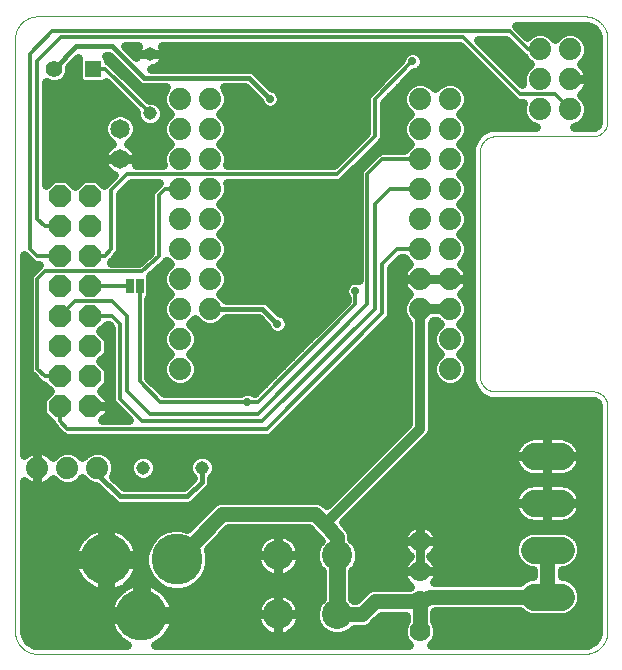
<source format=gtl>
G75*
%MOIN*%
%OFA0B0*%
%FSLAX25Y25*%
%IPPOS*%
%LPD*%
%AMOC8*
5,1,8,0,0,1.08239X$1,22.5*
%
%ADD10C,0.00100*%
%ADD11C,0.07400*%
%ADD12OC8,0.07400*%
%ADD13C,0.17000*%
%ADD14C,0.10000*%
%ADD15C,0.07000*%
%ADD16R,0.05500X0.05500*%
%ADD17C,0.05500*%
%ADD18C,0.04500*%
%ADD19C,0.06500*%
%ADD20R,0.02500X0.05000*%
%ADD21C,0.08858*%
%ADD22C,0.03000*%
%ADD23C,0.02800*%
%ADD24C,0.01600*%
%ADD25C,0.01200*%
%ADD26C,0.04000*%
%ADD27C,0.05600*%
%ADD28C,0.03200*%
%ADD29C,0.05000*%
D10*
X0007500Y0015000D02*
X0007500Y0212500D01*
X0007502Y0212681D01*
X0007509Y0212862D01*
X0007520Y0213043D01*
X0007535Y0213224D01*
X0007555Y0213404D01*
X0007579Y0213584D01*
X0007607Y0213763D01*
X0007640Y0213941D01*
X0007677Y0214118D01*
X0007718Y0214295D01*
X0007763Y0214470D01*
X0007813Y0214645D01*
X0007867Y0214818D01*
X0007925Y0214989D01*
X0007987Y0215160D01*
X0008054Y0215328D01*
X0008124Y0215495D01*
X0008198Y0215661D01*
X0008277Y0215824D01*
X0008359Y0215985D01*
X0008445Y0216145D01*
X0008535Y0216302D01*
X0008629Y0216457D01*
X0008726Y0216610D01*
X0008828Y0216760D01*
X0008932Y0216908D01*
X0009041Y0217054D01*
X0009152Y0217196D01*
X0009268Y0217336D01*
X0009386Y0217473D01*
X0009508Y0217608D01*
X0009633Y0217739D01*
X0009761Y0217867D01*
X0009892Y0217992D01*
X0010027Y0218114D01*
X0010164Y0218232D01*
X0010304Y0218348D01*
X0010446Y0218459D01*
X0010592Y0218568D01*
X0010740Y0218672D01*
X0010890Y0218774D01*
X0011043Y0218871D01*
X0011198Y0218965D01*
X0011355Y0219055D01*
X0011515Y0219141D01*
X0011676Y0219223D01*
X0011839Y0219302D01*
X0012005Y0219376D01*
X0012172Y0219446D01*
X0012340Y0219513D01*
X0012511Y0219575D01*
X0012682Y0219633D01*
X0012855Y0219687D01*
X0013030Y0219737D01*
X0013205Y0219782D01*
X0013382Y0219823D01*
X0013559Y0219860D01*
X0013737Y0219893D01*
X0013916Y0219921D01*
X0014096Y0219945D01*
X0014276Y0219965D01*
X0014457Y0219980D01*
X0014638Y0219991D01*
X0014819Y0219998D01*
X0015000Y0220000D01*
X0197500Y0220000D01*
X0197681Y0219998D01*
X0197862Y0219991D01*
X0198043Y0219980D01*
X0198224Y0219965D01*
X0198404Y0219945D01*
X0198584Y0219921D01*
X0198763Y0219893D01*
X0198941Y0219860D01*
X0199118Y0219823D01*
X0199295Y0219782D01*
X0199470Y0219737D01*
X0199645Y0219687D01*
X0199818Y0219633D01*
X0199989Y0219575D01*
X0200160Y0219513D01*
X0200328Y0219446D01*
X0200495Y0219376D01*
X0200661Y0219302D01*
X0200824Y0219223D01*
X0200985Y0219141D01*
X0201145Y0219055D01*
X0201302Y0218965D01*
X0201457Y0218871D01*
X0201610Y0218774D01*
X0201760Y0218672D01*
X0201908Y0218568D01*
X0202054Y0218459D01*
X0202196Y0218348D01*
X0202336Y0218232D01*
X0202473Y0218114D01*
X0202608Y0217992D01*
X0202739Y0217867D01*
X0202867Y0217739D01*
X0202992Y0217608D01*
X0203114Y0217473D01*
X0203232Y0217336D01*
X0203348Y0217196D01*
X0203459Y0217054D01*
X0203568Y0216908D01*
X0203672Y0216760D01*
X0203774Y0216610D01*
X0203871Y0216457D01*
X0203965Y0216302D01*
X0204055Y0216145D01*
X0204141Y0215985D01*
X0204223Y0215824D01*
X0204302Y0215661D01*
X0204376Y0215495D01*
X0204446Y0215328D01*
X0204513Y0215160D01*
X0204575Y0214989D01*
X0204633Y0214818D01*
X0204687Y0214645D01*
X0204737Y0214470D01*
X0204782Y0214295D01*
X0204823Y0214118D01*
X0204860Y0213941D01*
X0204893Y0213763D01*
X0204921Y0213584D01*
X0204945Y0213404D01*
X0204965Y0213224D01*
X0204980Y0213043D01*
X0204991Y0212862D01*
X0204998Y0212681D01*
X0205000Y0212500D01*
X0205000Y0185000D01*
X0204998Y0184860D01*
X0204992Y0184720D01*
X0204982Y0184580D01*
X0204969Y0184440D01*
X0204951Y0184301D01*
X0204929Y0184162D01*
X0204904Y0184025D01*
X0204875Y0183887D01*
X0204842Y0183751D01*
X0204805Y0183616D01*
X0204764Y0183482D01*
X0204719Y0183349D01*
X0204671Y0183217D01*
X0204619Y0183087D01*
X0204564Y0182958D01*
X0204505Y0182831D01*
X0204442Y0182705D01*
X0204376Y0182581D01*
X0204307Y0182460D01*
X0204234Y0182340D01*
X0204157Y0182222D01*
X0204078Y0182107D01*
X0203995Y0181993D01*
X0203909Y0181883D01*
X0203820Y0181774D01*
X0203728Y0181668D01*
X0203633Y0181565D01*
X0203536Y0181464D01*
X0203435Y0181367D01*
X0203332Y0181272D01*
X0203226Y0181180D01*
X0203117Y0181091D01*
X0203007Y0181005D01*
X0202893Y0180922D01*
X0202778Y0180843D01*
X0202660Y0180766D01*
X0202540Y0180693D01*
X0202419Y0180624D01*
X0202295Y0180558D01*
X0202169Y0180495D01*
X0202042Y0180436D01*
X0201913Y0180381D01*
X0201783Y0180329D01*
X0201651Y0180281D01*
X0201518Y0180236D01*
X0201384Y0180195D01*
X0201249Y0180158D01*
X0201113Y0180125D01*
X0200975Y0180096D01*
X0200838Y0180071D01*
X0200699Y0180049D01*
X0200560Y0180031D01*
X0200420Y0180018D01*
X0200280Y0180008D01*
X0200140Y0180002D01*
X0200000Y0180000D01*
X0167500Y0180000D01*
X0167360Y0179998D01*
X0167220Y0179992D01*
X0167080Y0179982D01*
X0166940Y0179969D01*
X0166801Y0179951D01*
X0166662Y0179929D01*
X0166525Y0179904D01*
X0166387Y0179875D01*
X0166251Y0179842D01*
X0166116Y0179805D01*
X0165982Y0179764D01*
X0165849Y0179719D01*
X0165717Y0179671D01*
X0165587Y0179619D01*
X0165458Y0179564D01*
X0165331Y0179505D01*
X0165205Y0179442D01*
X0165081Y0179376D01*
X0164960Y0179307D01*
X0164840Y0179234D01*
X0164722Y0179157D01*
X0164607Y0179078D01*
X0164493Y0178995D01*
X0164383Y0178909D01*
X0164274Y0178820D01*
X0164168Y0178728D01*
X0164065Y0178633D01*
X0163964Y0178536D01*
X0163867Y0178435D01*
X0163772Y0178332D01*
X0163680Y0178226D01*
X0163591Y0178117D01*
X0163505Y0178007D01*
X0163422Y0177893D01*
X0163343Y0177778D01*
X0163266Y0177660D01*
X0163193Y0177540D01*
X0163124Y0177419D01*
X0163058Y0177295D01*
X0162995Y0177169D01*
X0162936Y0177042D01*
X0162881Y0176913D01*
X0162829Y0176783D01*
X0162781Y0176651D01*
X0162736Y0176518D01*
X0162695Y0176384D01*
X0162658Y0176249D01*
X0162625Y0176113D01*
X0162596Y0175975D01*
X0162571Y0175838D01*
X0162549Y0175699D01*
X0162531Y0175560D01*
X0162518Y0175420D01*
X0162508Y0175280D01*
X0162502Y0175140D01*
X0162500Y0175000D01*
X0162500Y0100000D01*
X0162502Y0099860D01*
X0162508Y0099720D01*
X0162518Y0099580D01*
X0162531Y0099440D01*
X0162549Y0099301D01*
X0162571Y0099162D01*
X0162596Y0099025D01*
X0162625Y0098887D01*
X0162658Y0098751D01*
X0162695Y0098616D01*
X0162736Y0098482D01*
X0162781Y0098349D01*
X0162829Y0098217D01*
X0162881Y0098087D01*
X0162936Y0097958D01*
X0162995Y0097831D01*
X0163058Y0097705D01*
X0163124Y0097581D01*
X0163193Y0097460D01*
X0163266Y0097340D01*
X0163343Y0097222D01*
X0163422Y0097107D01*
X0163505Y0096993D01*
X0163591Y0096883D01*
X0163680Y0096774D01*
X0163772Y0096668D01*
X0163867Y0096565D01*
X0163964Y0096464D01*
X0164065Y0096367D01*
X0164168Y0096272D01*
X0164274Y0096180D01*
X0164383Y0096091D01*
X0164493Y0096005D01*
X0164607Y0095922D01*
X0164722Y0095843D01*
X0164840Y0095766D01*
X0164960Y0095693D01*
X0165081Y0095624D01*
X0165205Y0095558D01*
X0165331Y0095495D01*
X0165458Y0095436D01*
X0165587Y0095381D01*
X0165717Y0095329D01*
X0165849Y0095281D01*
X0165982Y0095236D01*
X0166116Y0095195D01*
X0166251Y0095158D01*
X0166387Y0095125D01*
X0166525Y0095096D01*
X0166662Y0095071D01*
X0166801Y0095049D01*
X0166940Y0095031D01*
X0167080Y0095018D01*
X0167220Y0095008D01*
X0167360Y0095002D01*
X0167500Y0095000D01*
X0200000Y0095000D01*
X0200140Y0094998D01*
X0200280Y0094992D01*
X0200420Y0094982D01*
X0200560Y0094969D01*
X0200699Y0094951D01*
X0200838Y0094929D01*
X0200975Y0094904D01*
X0201113Y0094875D01*
X0201249Y0094842D01*
X0201384Y0094805D01*
X0201518Y0094764D01*
X0201651Y0094719D01*
X0201783Y0094671D01*
X0201913Y0094619D01*
X0202042Y0094564D01*
X0202169Y0094505D01*
X0202295Y0094442D01*
X0202419Y0094376D01*
X0202540Y0094307D01*
X0202660Y0094234D01*
X0202778Y0094157D01*
X0202893Y0094078D01*
X0203007Y0093995D01*
X0203117Y0093909D01*
X0203226Y0093820D01*
X0203332Y0093728D01*
X0203435Y0093633D01*
X0203536Y0093536D01*
X0203633Y0093435D01*
X0203728Y0093332D01*
X0203820Y0093226D01*
X0203909Y0093117D01*
X0203995Y0093007D01*
X0204078Y0092893D01*
X0204157Y0092778D01*
X0204234Y0092660D01*
X0204307Y0092540D01*
X0204376Y0092419D01*
X0204442Y0092295D01*
X0204505Y0092169D01*
X0204564Y0092042D01*
X0204619Y0091913D01*
X0204671Y0091783D01*
X0204719Y0091651D01*
X0204764Y0091518D01*
X0204805Y0091384D01*
X0204842Y0091249D01*
X0204875Y0091113D01*
X0204904Y0090975D01*
X0204929Y0090838D01*
X0204951Y0090699D01*
X0204969Y0090560D01*
X0204982Y0090420D01*
X0204992Y0090280D01*
X0204998Y0090140D01*
X0205000Y0090000D01*
X0205000Y0015000D01*
X0204998Y0014819D01*
X0204991Y0014638D01*
X0204980Y0014457D01*
X0204965Y0014276D01*
X0204945Y0014096D01*
X0204921Y0013916D01*
X0204893Y0013737D01*
X0204860Y0013559D01*
X0204823Y0013382D01*
X0204782Y0013205D01*
X0204737Y0013030D01*
X0204687Y0012855D01*
X0204633Y0012682D01*
X0204575Y0012511D01*
X0204513Y0012340D01*
X0204446Y0012172D01*
X0204376Y0012005D01*
X0204302Y0011839D01*
X0204223Y0011676D01*
X0204141Y0011515D01*
X0204055Y0011355D01*
X0203965Y0011198D01*
X0203871Y0011043D01*
X0203774Y0010890D01*
X0203672Y0010740D01*
X0203568Y0010592D01*
X0203459Y0010446D01*
X0203348Y0010304D01*
X0203232Y0010164D01*
X0203114Y0010027D01*
X0202992Y0009892D01*
X0202867Y0009761D01*
X0202739Y0009633D01*
X0202608Y0009508D01*
X0202473Y0009386D01*
X0202336Y0009268D01*
X0202196Y0009152D01*
X0202054Y0009041D01*
X0201908Y0008932D01*
X0201760Y0008828D01*
X0201610Y0008726D01*
X0201457Y0008629D01*
X0201302Y0008535D01*
X0201145Y0008445D01*
X0200985Y0008359D01*
X0200824Y0008277D01*
X0200661Y0008198D01*
X0200495Y0008124D01*
X0200328Y0008054D01*
X0200160Y0007987D01*
X0199989Y0007925D01*
X0199818Y0007867D01*
X0199645Y0007813D01*
X0199470Y0007763D01*
X0199295Y0007718D01*
X0199118Y0007677D01*
X0198941Y0007640D01*
X0198763Y0007607D01*
X0198584Y0007579D01*
X0198404Y0007555D01*
X0198224Y0007535D01*
X0198043Y0007520D01*
X0197862Y0007509D01*
X0197681Y0007502D01*
X0197500Y0007500D01*
X0015000Y0007500D01*
X0014819Y0007502D01*
X0014638Y0007509D01*
X0014457Y0007520D01*
X0014276Y0007535D01*
X0014096Y0007555D01*
X0013916Y0007579D01*
X0013737Y0007607D01*
X0013559Y0007640D01*
X0013382Y0007677D01*
X0013205Y0007718D01*
X0013030Y0007763D01*
X0012855Y0007813D01*
X0012682Y0007867D01*
X0012511Y0007925D01*
X0012340Y0007987D01*
X0012172Y0008054D01*
X0012005Y0008124D01*
X0011839Y0008198D01*
X0011676Y0008277D01*
X0011515Y0008359D01*
X0011355Y0008445D01*
X0011198Y0008535D01*
X0011043Y0008629D01*
X0010890Y0008726D01*
X0010740Y0008828D01*
X0010592Y0008932D01*
X0010446Y0009041D01*
X0010304Y0009152D01*
X0010164Y0009268D01*
X0010027Y0009386D01*
X0009892Y0009508D01*
X0009761Y0009633D01*
X0009633Y0009761D01*
X0009508Y0009892D01*
X0009386Y0010027D01*
X0009268Y0010164D01*
X0009152Y0010304D01*
X0009041Y0010446D01*
X0008932Y0010592D01*
X0008828Y0010740D01*
X0008726Y0010890D01*
X0008629Y0011043D01*
X0008535Y0011198D01*
X0008445Y0011355D01*
X0008359Y0011515D01*
X0008277Y0011676D01*
X0008198Y0011839D01*
X0008124Y0012005D01*
X0008054Y0012172D01*
X0007987Y0012340D01*
X0007925Y0012511D01*
X0007867Y0012682D01*
X0007813Y0012855D01*
X0007763Y0013030D01*
X0007718Y0013205D01*
X0007677Y0013382D01*
X0007640Y0013559D01*
X0007607Y0013737D01*
X0007579Y0013916D01*
X0007555Y0014096D01*
X0007535Y0014276D01*
X0007520Y0014457D01*
X0007509Y0014638D01*
X0007502Y0014819D01*
X0007500Y0015000D01*
D11*
X0015000Y0069500D03*
X0025000Y0069500D03*
X0035000Y0069500D03*
X0062500Y0102500D03*
X0062500Y0112500D03*
X0062500Y0122500D03*
X0062500Y0132500D03*
X0062500Y0142500D03*
X0062500Y0152500D03*
X0062500Y0162500D03*
X0062500Y0172500D03*
X0062500Y0182500D03*
X0062500Y0192500D03*
X0072500Y0192500D03*
X0072500Y0182500D03*
X0072500Y0172500D03*
X0072500Y0162500D03*
X0072500Y0152500D03*
X0072500Y0142500D03*
X0072500Y0132500D03*
X0072500Y0122500D03*
X0142500Y0122500D03*
X0152500Y0122500D03*
X0152500Y0112500D03*
X0152500Y0102500D03*
X0152500Y0132500D03*
X0152500Y0142500D03*
X0142500Y0142500D03*
X0142500Y0132500D03*
X0142500Y0152500D03*
X0142500Y0162500D03*
X0142500Y0172500D03*
X0152500Y0172500D03*
X0152500Y0162500D03*
X0152500Y0152500D03*
X0152500Y0182500D03*
X0152500Y0192500D03*
X0142500Y0192500D03*
X0142500Y0182500D03*
X0182500Y0189000D03*
X0182500Y0199000D03*
X0182500Y0209000D03*
X0192500Y0209000D03*
X0192500Y0199000D03*
X0192500Y0189000D03*
D12*
X0032500Y0160000D03*
X0032500Y0150000D03*
X0032500Y0140000D03*
X0032500Y0130000D03*
X0032500Y0120000D03*
X0032500Y0110000D03*
X0032500Y0100000D03*
X0032500Y0090000D03*
X0022500Y0090000D03*
X0022500Y0100000D03*
X0022500Y0110000D03*
X0022500Y0120000D03*
X0022500Y0130000D03*
X0022500Y0140000D03*
X0022500Y0150000D03*
X0022500Y0160000D03*
D13*
X0037815Y0039000D03*
X0049626Y0020496D03*
X0061437Y0039000D03*
D14*
X0095157Y0040374D03*
X0095157Y0020689D03*
X0114843Y0020689D03*
X0114843Y0040374D03*
D15*
X0142500Y0045000D03*
X0142500Y0035000D03*
X0142500Y0025000D03*
X0142500Y0015000D03*
D16*
X0033500Y0202500D03*
D17*
X0020500Y0202500D03*
D18*
X0052500Y0207343D03*
X0052500Y0187657D03*
X0050157Y0069500D03*
X0069843Y0069500D03*
D19*
X0042500Y0172500D03*
X0042500Y0182500D03*
D20*
X0045900Y0130000D03*
X0049100Y0130000D03*
D21*
X0180571Y0073386D02*
X0189429Y0073386D01*
X0189429Y0057795D02*
X0180571Y0057795D01*
X0180571Y0042205D02*
X0189429Y0042205D01*
X0189429Y0026614D02*
X0180571Y0026614D01*
D22*
X0011853Y0011853D02*
X0011035Y0012980D01*
X0010605Y0014304D01*
X0010550Y0015000D01*
X0010550Y0065182D01*
X0010961Y0064771D01*
X0011750Y0064197D01*
X0012620Y0063754D01*
X0013548Y0063453D01*
X0014512Y0063300D01*
X0015000Y0063300D01*
X0015488Y0063300D01*
X0016452Y0063453D01*
X0017380Y0063754D01*
X0018250Y0064197D01*
X0019039Y0064771D01*
X0019729Y0065461D01*
X0020076Y0065939D01*
X0021601Y0064413D01*
X0023807Y0063500D01*
X0026193Y0063500D01*
X0028399Y0064413D01*
X0030000Y0066015D01*
X0031601Y0064413D01*
X0033807Y0063500D01*
X0034616Y0063500D01*
X0040744Y0057372D01*
X0041883Y0056900D01*
X0065617Y0056900D01*
X0066756Y0057372D01*
X0072471Y0063087D01*
X0072943Y0064226D01*
X0072943Y0066165D01*
X0073700Y0066923D01*
X0074393Y0068595D01*
X0074393Y0070405D01*
X0073700Y0072077D01*
X0072420Y0073357D01*
X0070748Y0074050D01*
X0068937Y0074050D01*
X0067265Y0073357D01*
X0065985Y0072077D01*
X0065293Y0070405D01*
X0065293Y0068595D01*
X0065985Y0066923D01*
X0066743Y0066165D01*
X0066743Y0066127D01*
X0063716Y0063100D01*
X0043784Y0063100D01*
X0040290Y0066594D01*
X0041000Y0068307D01*
X0041000Y0070693D01*
X0040087Y0072899D01*
X0038399Y0074587D01*
X0036193Y0075500D01*
X0033807Y0075500D01*
X0031601Y0074587D01*
X0030000Y0072985D01*
X0028399Y0074587D01*
X0026193Y0075500D01*
X0023807Y0075500D01*
X0021601Y0074587D01*
X0020076Y0073061D01*
X0019729Y0073539D01*
X0019039Y0074229D01*
X0018250Y0074803D01*
X0017380Y0075246D01*
X0016452Y0075547D01*
X0015488Y0075700D01*
X0015000Y0075700D01*
X0015000Y0069500D01*
X0015000Y0069500D01*
X0015000Y0075700D01*
X0014512Y0075700D01*
X0013548Y0075547D01*
X0012620Y0075246D01*
X0011750Y0074803D01*
X0010961Y0074229D01*
X0010550Y0073818D01*
X0010550Y0140349D01*
X0012541Y0138357D01*
X0013357Y0137541D01*
X0014423Y0137100D01*
X0015499Y0137100D01*
X0015041Y0136643D01*
X0012541Y0134143D01*
X0012100Y0133077D01*
X0012100Y0101923D01*
X0012541Y0100857D01*
X0013357Y0100041D01*
X0015857Y0097541D01*
X0016909Y0097106D01*
X0019015Y0095000D01*
X0016500Y0092485D01*
X0016500Y0087515D01*
X0019606Y0084409D01*
X0020041Y0083357D01*
X0022541Y0080857D01*
X0023357Y0080041D01*
X0024423Y0079600D01*
X0092077Y0079600D01*
X0093143Y0080041D01*
X0131643Y0118541D01*
X0132458Y0119357D01*
X0132900Y0120423D01*
X0132900Y0136299D01*
X0136201Y0139600D01*
X0137207Y0139600D01*
X0137413Y0139101D01*
X0138939Y0137576D01*
X0138461Y0137229D01*
X0137771Y0136539D01*
X0137197Y0135750D01*
X0136754Y0134880D01*
X0136453Y0133952D01*
X0136300Y0132988D01*
X0136300Y0132500D01*
X0142500Y0132500D01*
X0148700Y0132500D01*
X0152500Y0132500D01*
X0158700Y0132500D01*
X0158700Y0132988D01*
X0158547Y0133952D01*
X0158246Y0134880D01*
X0157803Y0135750D01*
X0157229Y0136539D01*
X0156539Y0137229D01*
X0156061Y0137576D01*
X0157587Y0139101D01*
X0158500Y0141307D01*
X0158500Y0143693D01*
X0157587Y0145899D01*
X0155985Y0147500D01*
X0157587Y0149101D01*
X0158500Y0151307D01*
X0158500Y0153693D01*
X0157587Y0155899D01*
X0155985Y0157500D01*
X0157587Y0159101D01*
X0158500Y0161307D01*
X0158500Y0163693D01*
X0157587Y0165899D01*
X0155985Y0167500D01*
X0157587Y0169101D01*
X0158500Y0171307D01*
X0158500Y0173693D01*
X0157587Y0175899D01*
X0155985Y0177500D01*
X0157587Y0179101D01*
X0158500Y0181307D01*
X0158500Y0183693D01*
X0157587Y0185899D01*
X0155985Y0187500D01*
X0157587Y0189101D01*
X0158500Y0191307D01*
X0158500Y0193693D01*
X0157587Y0195899D01*
X0155899Y0197587D01*
X0153693Y0198500D01*
X0151307Y0198500D01*
X0149101Y0197587D01*
X0147500Y0195985D01*
X0145899Y0197587D01*
X0143693Y0198500D01*
X0141307Y0198500D01*
X0139101Y0197587D01*
X0137413Y0195899D01*
X0136500Y0193693D01*
X0136500Y0191307D01*
X0137413Y0189101D01*
X0139015Y0187500D01*
X0137413Y0185899D01*
X0136500Y0183693D01*
X0136500Y0181307D01*
X0137413Y0179101D01*
X0139015Y0177500D01*
X0137413Y0175899D01*
X0137207Y0175400D01*
X0129423Y0175400D01*
X0128357Y0174958D01*
X0127541Y0174143D01*
X0122541Y0169143D01*
X0122100Y0168077D01*
X0122100Y0132049D01*
X0121736Y0132200D01*
X0120264Y0132200D01*
X0118904Y0131637D01*
X0117863Y0130596D01*
X0117300Y0129236D01*
X0117300Y0127764D01*
X0117863Y0126404D01*
X0118100Y0126167D01*
X0118100Y0125201D01*
X0087316Y0094417D01*
X0087096Y0094637D01*
X0085736Y0095200D01*
X0084264Y0095200D01*
X0082904Y0094637D01*
X0082667Y0094400D01*
X0057201Y0094400D01*
X0052000Y0099601D01*
X0052000Y0125897D01*
X0052650Y0126547D01*
X0052650Y0133453D01*
X0052631Y0133472D01*
X0057077Y0137514D01*
X0057143Y0137541D01*
X0057502Y0137901D01*
X0057878Y0138242D01*
X0057908Y0138307D01*
X0057958Y0138357D01*
X0058017Y0138498D01*
X0059015Y0137500D01*
X0057413Y0135899D01*
X0056500Y0133693D01*
X0056500Y0131307D01*
X0057413Y0129101D01*
X0059015Y0127500D01*
X0057413Y0125899D01*
X0056500Y0123693D01*
X0056500Y0121307D01*
X0057413Y0119101D01*
X0059015Y0117500D01*
X0057413Y0115899D01*
X0056500Y0113693D01*
X0056500Y0111307D01*
X0057413Y0109101D01*
X0059015Y0107500D01*
X0057413Y0105899D01*
X0056500Y0103693D01*
X0056500Y0101307D01*
X0057413Y0099101D01*
X0059101Y0097413D01*
X0061307Y0096500D01*
X0063693Y0096500D01*
X0065899Y0097413D01*
X0067587Y0099101D01*
X0068500Y0101307D01*
X0068500Y0103693D01*
X0067587Y0105899D01*
X0065985Y0107500D01*
X0067587Y0109101D01*
X0068500Y0111307D01*
X0068500Y0113693D01*
X0067587Y0115899D01*
X0065985Y0117500D01*
X0067500Y0119015D01*
X0069101Y0117413D01*
X0071307Y0116500D01*
X0073693Y0116500D01*
X0075899Y0117413D01*
X0077587Y0119101D01*
X0077710Y0119400D01*
X0088716Y0119400D01*
X0091300Y0116816D01*
X0091300Y0116764D01*
X0091863Y0115404D01*
X0092904Y0114363D01*
X0094264Y0113800D01*
X0095736Y0113800D01*
X0097096Y0114363D01*
X0098137Y0115404D01*
X0098700Y0116764D01*
X0098700Y0118236D01*
X0098137Y0119596D01*
X0097096Y0120637D01*
X0095736Y0121200D01*
X0095684Y0121200D01*
X0091756Y0125128D01*
X0090617Y0125600D01*
X0077710Y0125600D01*
X0077587Y0125899D01*
X0075985Y0127500D01*
X0077587Y0129101D01*
X0078500Y0131307D01*
X0078500Y0133693D01*
X0077587Y0135899D01*
X0075985Y0137500D01*
X0077587Y0139101D01*
X0078500Y0141307D01*
X0078500Y0143693D01*
X0077587Y0145899D01*
X0075985Y0147500D01*
X0077587Y0149101D01*
X0078500Y0151307D01*
X0078500Y0153693D01*
X0077587Y0155899D01*
X0075985Y0157500D01*
X0077587Y0159101D01*
X0078500Y0161307D01*
X0078500Y0163693D01*
X0078124Y0164600D01*
X0115577Y0164600D01*
X0116643Y0165041D01*
X0129143Y0177541D01*
X0129958Y0178357D01*
X0130400Y0179423D01*
X0130400Y0191299D01*
X0140401Y0201300D01*
X0140736Y0201300D01*
X0142096Y0201863D01*
X0143137Y0202904D01*
X0143700Y0204264D01*
X0143700Y0205736D01*
X0143137Y0207096D01*
X0142096Y0208137D01*
X0140736Y0208700D01*
X0139264Y0208700D01*
X0137904Y0208137D01*
X0136863Y0207096D01*
X0136300Y0205736D01*
X0136300Y0205401D01*
X0125857Y0194958D01*
X0125041Y0194143D01*
X0124600Y0193077D01*
X0124600Y0181201D01*
X0113799Y0170400D01*
X0078124Y0170400D01*
X0078500Y0171307D01*
X0078500Y0173693D01*
X0077587Y0175899D01*
X0075985Y0177500D01*
X0077587Y0179101D01*
X0078500Y0181307D01*
X0078500Y0183693D01*
X0077587Y0185899D01*
X0075985Y0187500D01*
X0077587Y0189101D01*
X0078500Y0191307D01*
X0078500Y0193693D01*
X0077587Y0195899D01*
X0077085Y0196400D01*
X0084216Y0196400D01*
X0088800Y0191816D01*
X0088800Y0191764D01*
X0089363Y0190404D01*
X0090404Y0189363D01*
X0091764Y0188800D01*
X0093236Y0188800D01*
X0094596Y0189363D01*
X0095637Y0190404D01*
X0096200Y0191764D01*
X0096200Y0193236D01*
X0095637Y0194596D01*
X0094596Y0195637D01*
X0093236Y0196200D01*
X0093184Y0196200D01*
X0088128Y0201256D01*
X0087256Y0202128D01*
X0086117Y0202600D01*
X0052921Y0202600D01*
X0053612Y0202709D01*
X0054323Y0202941D01*
X0054990Y0203280D01*
X0055594Y0203719D01*
X0056123Y0204248D01*
X0056563Y0204853D01*
X0056902Y0205519D01*
X0057133Y0206230D01*
X0057250Y0206969D01*
X0057250Y0207342D01*
X0052500Y0207342D01*
X0052500Y0207343D01*
X0057250Y0207343D01*
X0057250Y0207716D01*
X0057133Y0208455D01*
X0056902Y0209166D01*
X0056563Y0209832D01*
X0056368Y0210100D01*
X0155799Y0210100D01*
X0173541Y0192357D01*
X0174357Y0191541D01*
X0175423Y0191100D01*
X0176876Y0191100D01*
X0176500Y0190193D01*
X0176500Y0187807D01*
X0177413Y0185601D01*
X0179101Y0183913D01*
X0181186Y0183050D01*
X0165899Y0183050D01*
X0162940Y0181824D01*
X0160676Y0179560D01*
X0159450Y0176601D01*
X0159450Y0098399D01*
X0160676Y0095440D01*
X0162940Y0093176D01*
X0165899Y0091950D01*
X0200000Y0091950D01*
X0200380Y0091913D01*
X0201083Y0091621D01*
X0201621Y0091083D01*
X0201913Y0090380D01*
X0201950Y0090000D01*
X0201950Y0015000D01*
X0201895Y0014304D01*
X0201465Y0012980D01*
X0200647Y0011853D01*
X0199520Y0011035D01*
X0198196Y0010605D01*
X0197500Y0010550D01*
X0146252Y0010550D01*
X0147417Y0011715D01*
X0148300Y0013846D01*
X0148300Y0016154D01*
X0147417Y0018285D01*
X0147300Y0018402D01*
X0147300Y0021598D01*
X0147417Y0021715D01*
X0147458Y0021814D01*
X0175854Y0021814D01*
X0176759Y0020909D01*
X0179232Y0019885D01*
X0190768Y0019885D01*
X0193241Y0020909D01*
X0195134Y0022802D01*
X0196158Y0025276D01*
X0196158Y0027953D01*
X0195134Y0030426D01*
X0193241Y0032319D01*
X0190768Y0033343D01*
X0189800Y0033343D01*
X0189800Y0035476D01*
X0190768Y0035476D01*
X0193241Y0036500D01*
X0195134Y0038393D01*
X0196158Y0040866D01*
X0196158Y0043543D01*
X0195134Y0046016D01*
X0193241Y0047909D01*
X0190768Y0048934D01*
X0179232Y0048934D01*
X0176759Y0047909D01*
X0174866Y0046016D01*
X0173842Y0043543D01*
X0173842Y0040866D01*
X0174866Y0038393D01*
X0176759Y0036500D01*
X0179232Y0035476D01*
X0180200Y0035476D01*
X0180200Y0033343D01*
X0179232Y0033343D01*
X0176759Y0032319D01*
X0175854Y0031414D01*
X0147311Y0031414D01*
X0147632Y0031855D01*
X0148060Y0032697D01*
X0148352Y0033595D01*
X0148500Y0034528D01*
X0148500Y0035000D01*
X0148500Y0035472D01*
X0148352Y0036405D01*
X0148060Y0037303D01*
X0147632Y0038145D01*
X0147077Y0038909D01*
X0146409Y0039577D01*
X0145826Y0040000D01*
X0146409Y0040423D01*
X0147077Y0041091D01*
X0147632Y0041855D01*
X0148060Y0042697D01*
X0148352Y0043595D01*
X0148500Y0044528D01*
X0148500Y0045000D01*
X0148500Y0045472D01*
X0148352Y0046405D01*
X0148060Y0047303D01*
X0147632Y0048145D01*
X0147077Y0048909D01*
X0146409Y0049577D01*
X0145645Y0050132D01*
X0144803Y0050560D01*
X0143905Y0050852D01*
X0142972Y0051000D01*
X0142500Y0051000D01*
X0142500Y0045000D01*
X0142500Y0045000D01*
X0148500Y0045000D01*
X0142500Y0045000D01*
X0142500Y0045000D01*
X0142500Y0045000D01*
X0136500Y0045000D01*
X0136500Y0045472D01*
X0136648Y0046405D01*
X0136940Y0047303D01*
X0137368Y0048145D01*
X0137923Y0048909D01*
X0138591Y0049577D01*
X0139355Y0050132D01*
X0140197Y0050560D01*
X0141095Y0050852D01*
X0142028Y0051000D01*
X0142500Y0051000D01*
X0142500Y0045000D01*
X0142500Y0039000D01*
X0142500Y0035000D01*
X0148500Y0035000D01*
X0142500Y0035000D01*
X0142500Y0035000D01*
X0142500Y0035000D01*
X0142500Y0035000D01*
X0136500Y0035000D01*
X0136500Y0035472D01*
X0136648Y0036405D01*
X0136940Y0037303D01*
X0137368Y0038145D01*
X0137923Y0038909D01*
X0138591Y0039577D01*
X0139174Y0040000D01*
X0138591Y0040423D01*
X0137923Y0041091D01*
X0137368Y0041855D01*
X0136940Y0042697D01*
X0136648Y0043595D01*
X0136500Y0044528D01*
X0136500Y0045000D01*
X0142500Y0045000D01*
X0142500Y0045000D01*
X0142500Y0035000D01*
X0136500Y0035000D01*
X0136500Y0034528D01*
X0136648Y0033595D01*
X0136940Y0032697D01*
X0137368Y0031855D01*
X0137923Y0031091D01*
X0138591Y0030423D01*
X0139262Y0029936D01*
X0139215Y0029917D01*
X0139098Y0029800D01*
X0126545Y0029800D01*
X0124781Y0029069D01*
X0121201Y0025489D01*
X0120366Y0025489D01*
X0119943Y0025913D01*
X0119943Y0035150D01*
X0121031Y0036239D01*
X0122143Y0038922D01*
X0122143Y0041826D01*
X0121031Y0044509D01*
X0119643Y0045898D01*
X0119643Y0046406D01*
X0119661Y0047310D01*
X0119643Y0047359D01*
X0119643Y0047411D01*
X0119296Y0048247D01*
X0118968Y0049090D01*
X0118932Y0049127D01*
X0118912Y0049176D01*
X0118272Y0049815D01*
X0116796Y0051355D01*
X0145806Y0080365D01*
X0146400Y0081798D01*
X0146400Y0117915D01*
X0147085Y0118600D01*
X0147915Y0118600D01*
X0149015Y0117500D01*
X0147413Y0115899D01*
X0146500Y0113693D01*
X0146500Y0111307D01*
X0147413Y0109101D01*
X0149015Y0107500D01*
X0147413Y0105899D01*
X0146500Y0103693D01*
X0146500Y0101307D01*
X0147413Y0099101D01*
X0149101Y0097413D01*
X0151307Y0096500D01*
X0153693Y0096500D01*
X0155899Y0097413D01*
X0157587Y0099101D01*
X0158500Y0101307D01*
X0158500Y0103693D01*
X0157587Y0105899D01*
X0155985Y0107500D01*
X0157587Y0109101D01*
X0158500Y0111307D01*
X0158500Y0113693D01*
X0157587Y0115899D01*
X0155985Y0117500D01*
X0157587Y0119101D01*
X0158500Y0121307D01*
X0158500Y0123693D01*
X0157587Y0125899D01*
X0156061Y0127424D01*
X0156539Y0127771D01*
X0157229Y0128461D01*
X0157803Y0129250D01*
X0158246Y0130120D01*
X0158547Y0131048D01*
X0158700Y0132012D01*
X0158700Y0132500D01*
X0152500Y0132500D01*
X0152500Y0132500D01*
X0152500Y0132500D01*
X0142500Y0132500D01*
X0142500Y0132500D01*
X0142500Y0132500D01*
X0136300Y0132500D01*
X0136300Y0132012D01*
X0136453Y0131048D01*
X0136754Y0130120D01*
X0137197Y0129250D01*
X0137771Y0128461D01*
X0138461Y0127771D01*
X0138939Y0127424D01*
X0137413Y0125899D01*
X0136500Y0123693D01*
X0136500Y0121307D01*
X0137413Y0119101D01*
X0138600Y0117915D01*
X0138600Y0084189D01*
X0111406Y0056996D01*
X0110930Y0057472D01*
X0110304Y0058125D01*
X0110256Y0058146D01*
X0110219Y0058183D01*
X0109384Y0058529D01*
X0108555Y0058893D01*
X0108503Y0058894D01*
X0108455Y0058914D01*
X0107550Y0058914D01*
X0106646Y0058933D01*
X0106597Y0058914D01*
X0075659Y0058914D01*
X0073895Y0058183D01*
X0064951Y0049239D01*
X0062859Y0049800D01*
X0060015Y0049800D01*
X0057268Y0049064D01*
X0054806Y0047642D01*
X0052795Y0045631D01*
X0051373Y0043169D01*
X0050637Y0040422D01*
X0050637Y0037578D01*
X0051373Y0034831D01*
X0052795Y0032369D01*
X0054806Y0030358D01*
X0057268Y0028936D01*
X0060015Y0028200D01*
X0062859Y0028200D01*
X0065606Y0028936D01*
X0068068Y0030358D01*
X0070079Y0032369D01*
X0071501Y0034831D01*
X0072237Y0037578D01*
X0072237Y0040422D01*
X0071703Y0042415D01*
X0078602Y0049314D01*
X0105452Y0049314D01*
X0107898Y0046764D01*
X0109372Y0045227D01*
X0108654Y0044509D01*
X0107543Y0041826D01*
X0107543Y0038922D01*
X0108654Y0036239D01*
X0109743Y0035150D01*
X0109743Y0025913D01*
X0108654Y0024824D01*
X0107543Y0022141D01*
X0107543Y0019237D01*
X0108654Y0016554D01*
X0110707Y0014500D01*
X0113390Y0013389D01*
X0116295Y0013389D01*
X0118978Y0014500D01*
X0120366Y0015889D01*
X0124144Y0015889D01*
X0125908Y0016620D01*
X0127258Y0017970D01*
X0129488Y0020200D01*
X0137700Y0020200D01*
X0137700Y0018402D01*
X0137583Y0018285D01*
X0136700Y0016154D01*
X0136700Y0013846D01*
X0137583Y0011715D01*
X0138748Y0010550D01*
X0054325Y0010550D01*
X0054955Y0010853D01*
X0056001Y0011511D01*
X0056967Y0012281D01*
X0057841Y0013155D01*
X0058611Y0014121D01*
X0059269Y0015167D01*
X0059805Y0016280D01*
X0060213Y0017446D01*
X0060488Y0018651D01*
X0060532Y0019046D01*
X0051076Y0019046D01*
X0051076Y0021946D01*
X0060532Y0021946D01*
X0060488Y0022342D01*
X0060213Y0023546D01*
X0059805Y0024712D01*
X0059269Y0025825D01*
X0058611Y0026871D01*
X0057841Y0027837D01*
X0056967Y0028711D01*
X0056001Y0029481D01*
X0054955Y0030139D01*
X0053842Y0030675D01*
X0052676Y0031083D01*
X0051471Y0031358D01*
X0051076Y0031402D01*
X0051076Y0021946D01*
X0048176Y0021946D01*
X0048176Y0019046D01*
X0038720Y0019046D01*
X0038764Y0018651D01*
X0039039Y0017446D01*
X0039447Y0016280D01*
X0039983Y0015167D01*
X0040641Y0014121D01*
X0041411Y0013155D01*
X0042285Y0012281D01*
X0043251Y0011511D01*
X0044297Y0010853D01*
X0044927Y0010550D01*
X0015000Y0010550D01*
X0014304Y0010605D01*
X0012980Y0011035D01*
X0011853Y0011853D01*
X0010867Y0013497D02*
X0041138Y0013497D01*
X0039372Y0016496D02*
X0010550Y0016496D01*
X0010550Y0019494D02*
X0048176Y0019494D01*
X0048176Y0021946D02*
X0038720Y0021946D01*
X0038764Y0022342D01*
X0039039Y0023546D01*
X0039447Y0024712D01*
X0039983Y0025825D01*
X0040641Y0026871D01*
X0041411Y0027837D01*
X0042285Y0028711D01*
X0043020Y0029298D01*
X0042031Y0028821D01*
X0040865Y0028413D01*
X0039660Y0028138D01*
X0039265Y0028094D01*
X0039265Y0037550D01*
X0039265Y0040450D01*
X0048721Y0040450D01*
X0048677Y0040845D01*
X0048402Y0042050D01*
X0047994Y0043216D01*
X0047458Y0044329D01*
X0046800Y0045375D01*
X0046030Y0046341D01*
X0045156Y0047215D01*
X0044190Y0047985D01*
X0043144Y0048643D01*
X0042031Y0049179D01*
X0040865Y0049587D01*
X0039660Y0049862D01*
X0039265Y0049906D01*
X0039265Y0040450D01*
X0036365Y0040450D01*
X0036365Y0049906D01*
X0035969Y0049862D01*
X0034765Y0049587D01*
X0033599Y0049179D01*
X0032486Y0048643D01*
X0031440Y0047985D01*
X0030474Y0047215D01*
X0029600Y0046341D01*
X0028830Y0045375D01*
X0028172Y0044329D01*
X0027636Y0043216D01*
X0027228Y0042050D01*
X0026953Y0040845D01*
X0026909Y0040450D01*
X0036365Y0040450D01*
X0036365Y0037550D01*
X0039265Y0037550D01*
X0048721Y0037550D01*
X0048677Y0037155D01*
X0048402Y0035950D01*
X0047994Y0034784D01*
X0047458Y0033671D01*
X0046800Y0032625D01*
X0046030Y0031659D01*
X0045156Y0030785D01*
X0044421Y0030198D01*
X0045410Y0030675D01*
X0046576Y0031083D01*
X0047780Y0031358D01*
X0048176Y0031402D01*
X0048176Y0021946D01*
X0048176Y0022493D02*
X0051076Y0022493D01*
X0051076Y0019494D02*
X0087750Y0019494D01*
X0087786Y0019223D02*
X0088040Y0018273D01*
X0088416Y0017365D01*
X0088908Y0016513D01*
X0089507Y0015733D01*
X0090202Y0015038D01*
X0090982Y0014440D01*
X0091833Y0013948D01*
X0092741Y0013572D01*
X0093691Y0013317D01*
X0094666Y0013189D01*
X0095157Y0013189D01*
X0095157Y0020689D01*
X0095157Y0020689D01*
X0087657Y0020689D01*
X0087657Y0020197D01*
X0087786Y0019223D01*
X0087657Y0020689D02*
X0095157Y0020689D01*
X0095157Y0028189D01*
X0094666Y0028189D01*
X0093691Y0028061D01*
X0092741Y0027806D01*
X0091833Y0027430D01*
X0090982Y0026938D01*
X0090202Y0026340D01*
X0089507Y0025645D01*
X0088908Y0024865D01*
X0088416Y0024013D01*
X0088040Y0023105D01*
X0087786Y0022155D01*
X0087657Y0021181D01*
X0087657Y0020689D01*
X0087876Y0022493D02*
X0060453Y0022493D01*
X0059430Y0025491D02*
X0089389Y0025491D01*
X0095157Y0025491D02*
X0095158Y0025491D01*
X0095158Y0028189D02*
X0095649Y0028189D01*
X0096624Y0028061D01*
X0097573Y0027806D01*
X0098482Y0027430D01*
X0099333Y0026938D01*
X0100113Y0026340D01*
X0100808Y0025645D01*
X0101407Y0024865D01*
X0101898Y0024013D01*
X0102275Y0023105D01*
X0102529Y0022155D01*
X0102657Y0021181D01*
X0102657Y0020689D01*
X0095158Y0020689D01*
X0095158Y0020689D01*
X0102657Y0020689D01*
X0102657Y0020197D01*
X0102529Y0019223D01*
X0102275Y0018273D01*
X0101898Y0017365D01*
X0101407Y0016513D01*
X0100808Y0015733D01*
X0100113Y0015038D01*
X0099333Y0014440D01*
X0098482Y0013948D01*
X0097573Y0013572D01*
X0096624Y0013317D01*
X0095649Y0013189D01*
X0095158Y0013189D01*
X0095158Y0020689D01*
X0095157Y0020689D01*
X0095158Y0020689D01*
X0095158Y0028189D01*
X0095157Y0032874D02*
X0095157Y0040374D01*
X0087657Y0040374D01*
X0087657Y0039882D01*
X0087786Y0038908D01*
X0088040Y0037958D01*
X0088416Y0037050D01*
X0088908Y0036198D01*
X0089507Y0035418D01*
X0090202Y0034723D01*
X0090982Y0034125D01*
X0091833Y0033633D01*
X0092741Y0033257D01*
X0093691Y0033002D01*
X0094666Y0032874D01*
X0095157Y0032874D01*
X0095158Y0032874D02*
X0095649Y0032874D01*
X0096624Y0033002D01*
X0097573Y0033257D01*
X0098482Y0033633D01*
X0099333Y0034125D01*
X0100113Y0034723D01*
X0100808Y0035418D01*
X0101407Y0036198D01*
X0101898Y0037050D01*
X0102275Y0037958D01*
X0102529Y0038908D01*
X0102657Y0039882D01*
X0102657Y0040374D01*
X0102657Y0040866D01*
X0102529Y0041840D01*
X0102275Y0042790D01*
X0101898Y0043698D01*
X0101407Y0044550D01*
X0100808Y0045330D01*
X0100113Y0046025D01*
X0099333Y0046623D01*
X0098482Y0047115D01*
X0097573Y0047491D01*
X0096624Y0047746D01*
X0095649Y0047874D01*
X0095158Y0047874D01*
X0095158Y0040374D01*
X0102657Y0040374D01*
X0095158Y0040374D01*
X0095158Y0040374D01*
X0095158Y0032874D01*
X0095157Y0034487D02*
X0095158Y0034487D01*
X0095157Y0037485D02*
X0095158Y0037485D01*
X0095157Y0040374D02*
X0095158Y0040374D01*
X0095157Y0040374D01*
X0095157Y0040374D01*
X0087657Y0040374D01*
X0087657Y0040866D01*
X0087786Y0041840D01*
X0088040Y0042790D01*
X0088416Y0043698D01*
X0088908Y0044550D01*
X0089507Y0045330D01*
X0090202Y0046025D01*
X0090982Y0046623D01*
X0091833Y0047115D01*
X0092741Y0047491D01*
X0093691Y0047746D01*
X0094666Y0047874D01*
X0095157Y0047874D01*
X0095157Y0040374D01*
X0095157Y0040484D02*
X0095158Y0040484D01*
X0095157Y0043482D02*
X0095158Y0043482D01*
X0095157Y0046481D02*
X0095158Y0046481D01*
X0099519Y0046481D02*
X0108169Y0046481D01*
X0107898Y0046764D02*
X0107898Y0046764D01*
X0108228Y0043482D02*
X0101988Y0043482D01*
X0102657Y0040484D02*
X0107543Y0040484D01*
X0108138Y0037485D02*
X0102079Y0037485D01*
X0099805Y0034487D02*
X0109743Y0034487D01*
X0109743Y0031488D02*
X0069199Y0031488D01*
X0071302Y0034487D02*
X0090510Y0034487D01*
X0088236Y0037485D02*
X0072212Y0037485D01*
X0072220Y0040484D02*
X0087657Y0040484D01*
X0088327Y0043482D02*
X0072770Y0043482D01*
X0075769Y0046481D02*
X0090796Y0046481D01*
X0074598Y0058475D02*
X0067859Y0058475D01*
X0070857Y0061473D02*
X0115884Y0061473D01*
X0118882Y0064472D02*
X0072943Y0064472D01*
X0073927Y0067470D02*
X0121881Y0067470D01*
X0124879Y0070469D02*
X0074366Y0070469D01*
X0072154Y0073467D02*
X0127878Y0073467D01*
X0130876Y0076466D02*
X0010550Y0076466D01*
X0010550Y0079464D02*
X0133875Y0079464D01*
X0136873Y0082463D02*
X0095564Y0082463D01*
X0098562Y0085461D02*
X0138600Y0085461D01*
X0138600Y0088460D02*
X0101561Y0088460D01*
X0104560Y0091458D02*
X0138600Y0091458D01*
X0138600Y0094457D02*
X0107558Y0094457D01*
X0110557Y0097455D02*
X0138600Y0097455D01*
X0138600Y0100454D02*
X0113555Y0100454D01*
X0116554Y0103452D02*
X0138600Y0103452D01*
X0138600Y0106451D02*
X0119552Y0106451D01*
X0122551Y0109449D02*
X0138600Y0109449D01*
X0138600Y0112448D02*
X0125549Y0112448D01*
X0128548Y0115446D02*
X0138600Y0115446D01*
X0138070Y0118445D02*
X0131546Y0118445D01*
X0131643Y0118541D02*
X0131643Y0118541D01*
X0132900Y0121443D02*
X0136500Y0121443D01*
X0136810Y0124442D02*
X0132900Y0124442D01*
X0132900Y0127440D02*
X0138916Y0127440D01*
X0136651Y0130439D02*
X0132900Y0130439D01*
X0132900Y0133437D02*
X0136371Y0133437D01*
X0137696Y0136436D02*
X0133037Y0136436D01*
X0136036Y0139434D02*
X0137275Y0139434D01*
X0122100Y0139434D02*
X0077725Y0139434D01*
X0078500Y0142433D02*
X0122100Y0142433D01*
X0122100Y0145432D02*
X0077780Y0145432D01*
X0076915Y0148430D02*
X0122100Y0148430D01*
X0122100Y0151429D02*
X0078500Y0151429D01*
X0078196Y0154427D02*
X0122100Y0154427D01*
X0122100Y0157426D02*
X0076060Y0157426D01*
X0078134Y0160424D02*
X0122100Y0160424D01*
X0122100Y0163423D02*
X0078500Y0163423D01*
X0078500Y0172418D02*
X0115817Y0172418D01*
X0118815Y0175417D02*
X0077786Y0175417D01*
X0076900Y0178415D02*
X0121814Y0178415D01*
X0124600Y0181414D02*
X0078500Y0181414D01*
X0078202Y0184412D02*
X0124600Y0184412D01*
X0124600Y0187411D02*
X0076075Y0187411D01*
X0078128Y0190409D02*
X0089361Y0190409D01*
X0087208Y0193408D02*
X0078500Y0193408D01*
X0086592Y0202403D02*
X0133302Y0202403D01*
X0130304Y0199405D02*
X0089979Y0199405D01*
X0088128Y0201256D02*
X0088128Y0201256D01*
X0092978Y0196406D02*
X0127305Y0196406D01*
X0124737Y0193408D02*
X0096129Y0193408D01*
X0095639Y0190409D02*
X0124600Y0190409D01*
X0130400Y0190409D02*
X0136872Y0190409D01*
X0138925Y0187411D02*
X0130400Y0187411D01*
X0130400Y0184412D02*
X0136798Y0184412D01*
X0136500Y0181414D02*
X0130400Y0181414D01*
X0129982Y0178415D02*
X0138100Y0178415D01*
X0137214Y0175417D02*
X0127018Y0175417D01*
X0125817Y0172418D02*
X0124019Y0172418D01*
X0122818Y0169420D02*
X0121021Y0169420D01*
X0122100Y0166421D02*
X0118022Y0166421D01*
X0132509Y0193408D02*
X0136500Y0193408D01*
X0135507Y0196406D02*
X0137921Y0196406D01*
X0138506Y0199405D02*
X0166494Y0199405D01*
X0169493Y0196406D02*
X0157079Y0196406D01*
X0158500Y0193408D02*
X0172491Y0193408D01*
X0173541Y0192357D02*
X0173541Y0192357D01*
X0176589Y0190409D02*
X0158128Y0190409D01*
X0156075Y0187411D02*
X0176664Y0187411D01*
X0178603Y0184412D02*
X0158202Y0184412D01*
X0158500Y0181414D02*
X0162529Y0181414D01*
X0162940Y0181824D02*
X0162940Y0181824D01*
X0160676Y0179560D02*
X0160676Y0179560D01*
X0160201Y0178415D02*
X0156900Y0178415D01*
X0157786Y0175417D02*
X0159450Y0175417D01*
X0159450Y0172418D02*
X0158500Y0172418D01*
X0157718Y0169420D02*
X0159450Y0169420D01*
X0159450Y0166421D02*
X0157064Y0166421D01*
X0158500Y0163423D02*
X0159450Y0163423D01*
X0159450Y0160424D02*
X0158134Y0160424D01*
X0159450Y0157426D02*
X0156060Y0157426D01*
X0158196Y0154427D02*
X0159450Y0154427D01*
X0159450Y0151429D02*
X0158500Y0151429D01*
X0159450Y0148430D02*
X0156915Y0148430D01*
X0157780Y0145432D02*
X0159450Y0145432D01*
X0159450Y0142433D02*
X0158500Y0142433D01*
X0157725Y0139434D02*
X0159450Y0139434D01*
X0159450Y0136436D02*
X0157304Y0136436D01*
X0158629Y0133437D02*
X0159450Y0133437D01*
X0159450Y0130439D02*
X0158349Y0130439D01*
X0159450Y0127440D02*
X0156084Y0127440D01*
X0158190Y0124442D02*
X0159450Y0124442D01*
X0159450Y0121443D02*
X0158500Y0121443D01*
X0159450Y0118445D02*
X0156930Y0118445D01*
X0157774Y0115446D02*
X0159450Y0115446D01*
X0159450Y0112448D02*
X0158500Y0112448D01*
X0157731Y0109449D02*
X0159450Y0109449D01*
X0159450Y0106451D02*
X0157034Y0106451D01*
X0158500Y0103452D02*
X0159450Y0103452D01*
X0159450Y0100454D02*
X0158147Y0100454D01*
X0159841Y0097455D02*
X0155941Y0097455D01*
X0160676Y0095440D02*
X0160676Y0095440D01*
X0161659Y0094457D02*
X0146400Y0094457D01*
X0146400Y0097455D02*
X0149059Y0097455D01*
X0146853Y0100454D02*
X0146400Y0100454D01*
X0146400Y0103452D02*
X0146500Y0103452D01*
X0146400Y0106451D02*
X0147966Y0106451D01*
X0147269Y0109449D02*
X0146400Y0109449D01*
X0146400Y0112448D02*
X0146500Y0112448D01*
X0146400Y0115446D02*
X0147226Y0115446D01*
X0146930Y0118445D02*
X0148070Y0118445D01*
X0146400Y0091458D02*
X0201246Y0091458D01*
X0201950Y0088460D02*
X0146400Y0088460D01*
X0146400Y0085461D02*
X0201950Y0085461D01*
X0201950Y0082463D02*
X0146400Y0082463D01*
X0144906Y0079464D02*
X0177241Y0079464D01*
X0177500Y0079614D02*
X0176713Y0079160D01*
X0175992Y0078607D01*
X0175350Y0077964D01*
X0174797Y0077244D01*
X0174343Y0076457D01*
X0173995Y0075618D01*
X0173760Y0074741D01*
X0173642Y0073840D01*
X0173642Y0073386D01*
X0185000Y0073386D01*
X0185000Y0073386D01*
X0185000Y0080315D01*
X0189883Y0080315D01*
X0190784Y0080196D01*
X0191661Y0079961D01*
X0192500Y0079614D01*
X0193287Y0079160D01*
X0194008Y0078607D01*
X0194650Y0077964D01*
X0195203Y0077244D01*
X0195657Y0076457D01*
X0196005Y0075618D01*
X0196240Y0074741D01*
X0196358Y0073840D01*
X0196358Y0073386D01*
X0185000Y0073386D01*
X0185000Y0080315D01*
X0180117Y0080315D01*
X0179216Y0080196D01*
X0178339Y0079961D01*
X0177500Y0079614D01*
X0174348Y0076466D02*
X0141907Y0076466D01*
X0138909Y0073467D02*
X0173642Y0073467D01*
X0173642Y0073386D02*
X0173642Y0072932D01*
X0173760Y0072031D01*
X0173995Y0071154D01*
X0174343Y0070315D01*
X0174797Y0069528D01*
X0175350Y0068807D01*
X0175992Y0068165D01*
X0176713Y0067612D01*
X0177500Y0067158D01*
X0178339Y0066810D01*
X0179216Y0066575D01*
X0180117Y0066457D01*
X0185000Y0066457D01*
X0189883Y0066457D01*
X0190784Y0066575D01*
X0191661Y0066810D01*
X0192500Y0067158D01*
X0193287Y0067612D01*
X0194008Y0068165D01*
X0194650Y0068807D01*
X0195203Y0069528D01*
X0195657Y0070315D01*
X0196005Y0071154D01*
X0196240Y0072031D01*
X0196358Y0072932D01*
X0196358Y0073386D01*
X0185000Y0073386D01*
X0185000Y0073386D01*
X0185000Y0073386D01*
X0173642Y0073386D01*
X0174279Y0070469D02*
X0135910Y0070469D01*
X0132912Y0067470D02*
X0176959Y0067470D01*
X0178339Y0064371D02*
X0177500Y0064023D01*
X0176713Y0063569D01*
X0175992Y0063016D01*
X0175350Y0062374D01*
X0174797Y0061653D01*
X0174343Y0060867D01*
X0173995Y0060027D01*
X0173760Y0059150D01*
X0173642Y0058249D01*
X0173642Y0057795D01*
X0173642Y0057341D01*
X0173760Y0056441D01*
X0173995Y0055563D01*
X0174343Y0054724D01*
X0174797Y0053937D01*
X0175350Y0053217D01*
X0175992Y0052574D01*
X0176713Y0052022D01*
X0177500Y0051567D01*
X0178339Y0051220D01*
X0179216Y0050985D01*
X0180117Y0050866D01*
X0185000Y0050866D01*
X0189883Y0050866D01*
X0190784Y0050985D01*
X0191661Y0051220D01*
X0192500Y0051567D01*
X0193287Y0052022D01*
X0194008Y0052574D01*
X0194650Y0053217D01*
X0195203Y0053937D01*
X0195657Y0054724D01*
X0196005Y0055563D01*
X0196240Y0056441D01*
X0196358Y0057341D01*
X0196358Y0057795D01*
X0185000Y0057795D01*
X0185000Y0050866D01*
X0185000Y0057795D01*
X0185000Y0057795D01*
X0185000Y0057795D01*
X0173642Y0057795D01*
X0185000Y0057795D01*
X0185000Y0057795D01*
X0196358Y0057795D01*
X0196358Y0058249D01*
X0196240Y0059150D01*
X0196005Y0060027D01*
X0195657Y0060867D01*
X0195203Y0061653D01*
X0194650Y0062374D01*
X0194008Y0063016D01*
X0193287Y0063569D01*
X0192500Y0064023D01*
X0191661Y0064371D01*
X0190784Y0064606D01*
X0189883Y0064724D01*
X0185000Y0064724D01*
X0180117Y0064724D01*
X0179216Y0064606D01*
X0178339Y0064371D01*
X0178716Y0064472D02*
X0129913Y0064472D01*
X0126915Y0061473D02*
X0174693Y0061473D01*
X0173671Y0058475D02*
X0123916Y0058475D01*
X0120918Y0055476D02*
X0174031Y0055476D01*
X0176119Y0052478D02*
X0117919Y0052478D01*
X0118608Y0049479D02*
X0138494Y0049479D01*
X0136672Y0046481D02*
X0119644Y0046481D01*
X0121457Y0043482D02*
X0136684Y0043482D01*
X0138531Y0040484D02*
X0122143Y0040484D01*
X0121547Y0037485D02*
X0137032Y0037485D01*
X0136507Y0034487D02*
X0119943Y0034487D01*
X0119943Y0031488D02*
X0137635Y0031488D01*
X0142500Y0037485D02*
X0142500Y0037485D01*
X0142500Y0040484D02*
X0142500Y0040484D01*
X0146469Y0040484D02*
X0174000Y0040484D01*
X0175774Y0037485D02*
X0147968Y0037485D01*
X0148493Y0034487D02*
X0180200Y0034487D01*
X0175928Y0031488D02*
X0147365Y0031488D01*
X0147300Y0019494D02*
X0201950Y0019494D01*
X0201950Y0016496D02*
X0148158Y0016496D01*
X0148155Y0013497D02*
X0201633Y0013497D01*
X0201950Y0022493D02*
X0194824Y0022493D01*
X0196158Y0025491D02*
X0201950Y0025491D01*
X0201950Y0028490D02*
X0195936Y0028490D01*
X0194072Y0031488D02*
X0201950Y0031488D01*
X0201950Y0034487D02*
X0189800Y0034487D01*
X0194226Y0037485D02*
X0201950Y0037485D01*
X0201950Y0040484D02*
X0196000Y0040484D01*
X0196158Y0043482D02*
X0201950Y0043482D01*
X0201950Y0046481D02*
X0194670Y0046481D01*
X0193881Y0052478D02*
X0201950Y0052478D01*
X0201950Y0055476D02*
X0195969Y0055476D01*
X0196329Y0058475D02*
X0201950Y0058475D01*
X0201950Y0061473D02*
X0195307Y0061473D01*
X0191284Y0064472D02*
X0201950Y0064472D01*
X0201950Y0067470D02*
X0193041Y0067470D01*
X0195721Y0070469D02*
X0201950Y0070469D01*
X0201950Y0073467D02*
X0196358Y0073467D01*
X0195652Y0076466D02*
X0201950Y0076466D01*
X0201950Y0079464D02*
X0192759Y0079464D01*
X0185000Y0079464D02*
X0185000Y0079464D01*
X0185000Y0076466D02*
X0185000Y0076466D01*
X0185000Y0073467D02*
X0185000Y0073467D01*
X0185000Y0073386D02*
X0185000Y0066457D01*
X0185000Y0073386D01*
X0185000Y0073386D01*
X0185000Y0070469D02*
X0185000Y0070469D01*
X0185000Y0067470D02*
X0185000Y0067470D01*
X0185000Y0064724D02*
X0185000Y0057795D01*
X0185000Y0057795D01*
X0185000Y0064724D01*
X0185000Y0064472D02*
X0185000Y0064472D01*
X0185000Y0061473D02*
X0185000Y0061473D01*
X0185000Y0058475D02*
X0185000Y0058475D01*
X0185000Y0055476D02*
X0185000Y0055476D01*
X0185000Y0052478D02*
X0185000Y0052478D01*
X0175330Y0046481D02*
X0148328Y0046481D01*
X0148316Y0043482D02*
X0173842Y0043482D01*
X0146506Y0049479D02*
X0201950Y0049479D01*
X0162940Y0093176D02*
X0162940Y0093176D01*
X0142500Y0049479D02*
X0142500Y0049479D01*
X0142500Y0046481D02*
X0142500Y0046481D01*
X0142500Y0043482D02*
X0142500Y0043482D01*
X0124201Y0028490D02*
X0119943Y0028490D01*
X0120364Y0025491D02*
X0121203Y0025491D01*
X0128782Y0019494D02*
X0137700Y0019494D01*
X0136842Y0016496D02*
X0125608Y0016496D01*
X0116555Y0013497D02*
X0136845Y0013497D01*
X0113130Y0013497D02*
X0097295Y0013497D01*
X0095158Y0013497D02*
X0095157Y0013497D01*
X0093020Y0013497D02*
X0058114Y0013497D01*
X0059880Y0016496D02*
X0088922Y0016496D01*
X0095157Y0016496D02*
X0095158Y0016496D01*
X0095157Y0019494D02*
X0095158Y0019494D01*
X0095157Y0022493D02*
X0095158Y0022493D01*
X0100926Y0025491D02*
X0109321Y0025491D01*
X0109743Y0028490D02*
X0063940Y0028490D01*
X0058934Y0028490D02*
X0057189Y0028490D01*
X0053675Y0031488D02*
X0045859Y0031488D01*
X0048176Y0028490D02*
X0051076Y0028490D01*
X0051076Y0025491D02*
X0048176Y0025491D01*
X0042063Y0028490D02*
X0041083Y0028490D01*
X0039265Y0028490D02*
X0036365Y0028490D01*
X0036365Y0028094D02*
X0036365Y0037550D01*
X0026909Y0037550D01*
X0026953Y0037155D01*
X0027228Y0035950D01*
X0027636Y0034784D01*
X0028172Y0033671D01*
X0028830Y0032625D01*
X0029600Y0031659D01*
X0030474Y0030785D01*
X0031440Y0030015D01*
X0032486Y0029357D01*
X0033599Y0028821D01*
X0034765Y0028413D01*
X0035969Y0028138D01*
X0036365Y0028094D01*
X0034547Y0028490D02*
X0010550Y0028490D01*
X0010550Y0031488D02*
X0029771Y0031488D01*
X0027779Y0034487D02*
X0010550Y0034487D01*
X0010550Y0037485D02*
X0026916Y0037485D01*
X0026913Y0040484D02*
X0010550Y0040484D01*
X0010550Y0043482D02*
X0027764Y0043482D01*
X0029739Y0046481D02*
X0010550Y0046481D01*
X0010550Y0049479D02*
X0034458Y0049479D01*
X0036365Y0049479D02*
X0039265Y0049479D01*
X0041172Y0049479D02*
X0058818Y0049479D01*
X0053644Y0046481D02*
X0045891Y0046481D01*
X0047866Y0043482D02*
X0051554Y0043482D01*
X0050654Y0040484D02*
X0048717Y0040484D01*
X0048714Y0037485D02*
X0050662Y0037485D01*
X0051572Y0034487D02*
X0047850Y0034487D01*
X0039265Y0034487D02*
X0036365Y0034487D01*
X0036365Y0037485D02*
X0039265Y0037485D01*
X0039265Y0040484D02*
X0036365Y0040484D01*
X0036365Y0043482D02*
X0039265Y0043482D01*
X0039265Y0046481D02*
X0036365Y0046481D01*
X0039641Y0058475D02*
X0010550Y0058475D01*
X0010550Y0055476D02*
X0071188Y0055476D01*
X0068189Y0052478D02*
X0010550Y0052478D01*
X0010550Y0061473D02*
X0036643Y0061473D01*
X0042412Y0064472D02*
X0065088Y0064472D01*
X0065758Y0067470D02*
X0054242Y0067470D01*
X0054015Y0066923D02*
X0054707Y0068595D01*
X0054707Y0070405D01*
X0054015Y0072077D01*
X0052735Y0073357D01*
X0051063Y0074050D01*
X0049252Y0074050D01*
X0047580Y0073357D01*
X0046300Y0072077D01*
X0045607Y0070405D01*
X0045607Y0068595D01*
X0046300Y0066923D01*
X0047580Y0065643D01*
X0049252Y0064950D01*
X0051063Y0064950D01*
X0052735Y0065643D01*
X0054015Y0066923D01*
X0054681Y0070469D02*
X0065319Y0070469D01*
X0067531Y0073467D02*
X0052469Y0073467D01*
X0047846Y0073467D02*
X0039518Y0073467D01*
X0041000Y0070469D02*
X0045634Y0070469D01*
X0046073Y0067470D02*
X0040654Y0067470D01*
X0031543Y0064472D02*
X0028457Y0064472D01*
X0021543Y0064472D02*
X0018627Y0064472D01*
X0015000Y0064472D02*
X0015000Y0064472D01*
X0015000Y0063300D02*
X0015000Y0069500D01*
X0015000Y0069500D01*
X0015000Y0063300D01*
X0011373Y0064472D02*
X0010550Y0064472D01*
X0015000Y0067470D02*
X0015000Y0067470D01*
X0015000Y0070469D02*
X0015000Y0070469D01*
X0015000Y0073467D02*
X0015000Y0073467D01*
X0019781Y0073467D02*
X0020482Y0073467D01*
X0022541Y0080857D02*
X0022541Y0080857D01*
X0020936Y0082463D02*
X0010550Y0082463D01*
X0010550Y0085461D02*
X0018553Y0085461D01*
X0016500Y0088460D02*
X0010550Y0088460D01*
X0010550Y0091458D02*
X0016500Y0091458D01*
X0018472Y0094457D02*
X0010550Y0094457D01*
X0010550Y0097455D02*
X0016065Y0097455D01*
X0012945Y0100454D02*
X0010550Y0100454D01*
X0010550Y0103452D02*
X0012100Y0103452D01*
X0012100Y0106451D02*
X0010550Y0106451D01*
X0010550Y0109449D02*
X0012100Y0109449D01*
X0012100Y0112448D02*
X0010550Y0112448D01*
X0010550Y0115446D02*
X0012100Y0115446D01*
X0012100Y0118445D02*
X0010550Y0118445D01*
X0010550Y0121443D02*
X0012100Y0121443D01*
X0012100Y0124442D02*
X0010550Y0124442D01*
X0010550Y0127440D02*
X0012100Y0127440D01*
X0012100Y0130439D02*
X0010550Y0130439D01*
X0010550Y0133437D02*
X0012249Y0133437D01*
X0010550Y0136436D02*
X0014835Y0136436D01*
X0011464Y0139434D02*
X0010550Y0139434D01*
X0027500Y0163485D02*
X0024985Y0166000D01*
X0020015Y0166000D01*
X0017900Y0163885D01*
X0017900Y0198111D01*
X0019495Y0197450D01*
X0021505Y0197450D01*
X0023361Y0198219D01*
X0024781Y0199639D01*
X0025550Y0201495D01*
X0025550Y0203166D01*
X0028450Y0206066D01*
X0028450Y0198797D01*
X0029797Y0197450D01*
X0037203Y0197450D01*
X0037904Y0198152D01*
X0047950Y0188106D01*
X0047950Y0186752D01*
X0048643Y0185080D01*
X0049923Y0183800D01*
X0051595Y0183107D01*
X0053405Y0183107D01*
X0055077Y0183800D01*
X0056357Y0185080D01*
X0057050Y0186752D01*
X0057050Y0188563D01*
X0056357Y0190235D01*
X0055077Y0191515D01*
X0053405Y0192207D01*
X0052051Y0192207D01*
X0039300Y0204958D01*
X0038550Y0205269D01*
X0038550Y0206203D01*
X0037853Y0206900D01*
X0038716Y0206900D01*
X0048744Y0196872D01*
X0049883Y0196400D01*
X0057915Y0196400D01*
X0057413Y0195899D01*
X0056500Y0193693D01*
X0056500Y0191307D01*
X0057413Y0189101D01*
X0059015Y0187500D01*
X0057413Y0185899D01*
X0056500Y0183693D01*
X0056500Y0181307D01*
X0057413Y0179101D01*
X0059015Y0177500D01*
X0057413Y0175899D01*
X0056500Y0173693D01*
X0056500Y0171307D01*
X0056876Y0170400D01*
X0047864Y0170400D01*
X0048108Y0171154D01*
X0048250Y0172047D01*
X0048250Y0172500D01*
X0048250Y0172953D01*
X0048108Y0173846D01*
X0047829Y0174707D01*
X0047418Y0175514D01*
X0046886Y0176246D01*
X0046246Y0176886D01*
X0045514Y0177418D01*
X0045164Y0177596D01*
X0045644Y0177795D01*
X0047205Y0179356D01*
X0048050Y0181396D01*
X0048050Y0183604D01*
X0047205Y0185644D01*
X0045644Y0187205D01*
X0043604Y0188050D01*
X0041396Y0188050D01*
X0039356Y0187205D01*
X0037795Y0185644D01*
X0036950Y0183604D01*
X0036950Y0181396D01*
X0037795Y0179356D01*
X0039356Y0177795D01*
X0039836Y0177596D01*
X0039486Y0177418D01*
X0038754Y0176886D01*
X0038114Y0176246D01*
X0037582Y0175514D01*
X0037171Y0174707D01*
X0036892Y0173846D01*
X0036750Y0172953D01*
X0036750Y0172500D01*
X0042500Y0172500D01*
X0048250Y0172500D01*
X0042500Y0172500D01*
X0042500Y0172500D01*
X0042500Y0172500D01*
X0036750Y0172500D01*
X0036750Y0172047D01*
X0036892Y0171154D01*
X0037171Y0170293D01*
X0037582Y0169486D01*
X0038114Y0168754D01*
X0038754Y0168114D01*
X0039486Y0167582D01*
X0040293Y0167171D01*
X0040502Y0167103D01*
X0037192Y0163793D01*
X0034985Y0166000D01*
X0030015Y0166000D01*
X0027500Y0163485D01*
X0017900Y0166421D02*
X0039820Y0166421D01*
X0037631Y0169420D02*
X0017900Y0169420D01*
X0017900Y0172418D02*
X0036750Y0172418D01*
X0037533Y0175417D02*
X0017900Y0175417D01*
X0017900Y0178415D02*
X0038736Y0178415D01*
X0036950Y0181414D02*
X0017900Y0181414D01*
X0017900Y0184412D02*
X0037285Y0184412D01*
X0039853Y0187411D02*
X0017900Y0187411D01*
X0017900Y0190409D02*
X0045647Y0190409D01*
X0045147Y0187411D02*
X0047950Y0187411D01*
X0047715Y0184412D02*
X0049311Y0184412D01*
X0048050Y0181414D02*
X0056500Y0181414D01*
X0058100Y0178415D02*
X0046264Y0178415D01*
X0047467Y0175417D02*
X0057214Y0175417D01*
X0056500Y0172418D02*
X0048250Y0172418D01*
X0046201Y0164600D02*
X0055499Y0164600D01*
X0055041Y0164143D01*
X0053041Y0162143D01*
X0052600Y0161077D01*
X0052600Y0141283D01*
X0048879Y0137900D01*
X0039534Y0137900D01*
X0039664Y0138063D01*
X0039958Y0138357D01*
X0040022Y0138510D01*
X0041664Y0140563D01*
X0041958Y0140857D01*
X0042022Y0141010D01*
X0042125Y0141139D01*
X0042241Y0141539D01*
X0042400Y0141923D01*
X0042400Y0142088D01*
X0042446Y0142247D01*
X0042400Y0142661D01*
X0042400Y0160799D01*
X0046201Y0164600D01*
X0045024Y0163423D02*
X0054321Y0163423D01*
X0052600Y0160424D02*
X0042400Y0160424D01*
X0042400Y0157426D02*
X0052600Y0157426D01*
X0052600Y0154427D02*
X0042400Y0154427D01*
X0042400Y0151429D02*
X0052600Y0151429D01*
X0052600Y0148430D02*
X0042400Y0148430D01*
X0042400Y0145432D02*
X0052600Y0145432D01*
X0052600Y0142433D02*
X0042425Y0142433D01*
X0040761Y0139434D02*
X0050567Y0139434D01*
X0055891Y0136436D02*
X0057951Y0136436D01*
X0056500Y0133437D02*
X0052650Y0133437D01*
X0052650Y0130439D02*
X0056859Y0130439D01*
X0058955Y0127440D02*
X0052650Y0127440D01*
X0052000Y0124442D02*
X0056810Y0124442D01*
X0056500Y0121443D02*
X0052000Y0121443D01*
X0052000Y0118445D02*
X0058070Y0118445D01*
X0057226Y0115446D02*
X0052000Y0115446D01*
X0052000Y0112448D02*
X0056500Y0112448D01*
X0057269Y0109449D02*
X0052000Y0109449D01*
X0052000Y0106451D02*
X0057966Y0106451D01*
X0056500Y0103452D02*
X0052000Y0103452D01*
X0052000Y0100454D02*
X0056853Y0100454D01*
X0059059Y0097455D02*
X0054146Y0097455D01*
X0057144Y0094457D02*
X0082724Y0094457D01*
X0087276Y0094457D02*
X0087356Y0094457D01*
X0090354Y0097455D02*
X0065941Y0097455D01*
X0068147Y0100454D02*
X0093353Y0100454D01*
X0096351Y0103452D02*
X0068500Y0103452D01*
X0067034Y0106451D02*
X0099350Y0106451D01*
X0102348Y0109449D02*
X0067731Y0109449D01*
X0068500Y0112448D02*
X0105347Y0112448D01*
X0108345Y0115446D02*
X0098154Y0115446D01*
X0098613Y0118445D02*
X0111344Y0118445D01*
X0114342Y0121443D02*
X0095441Y0121443D01*
X0092442Y0124442D02*
X0117341Y0124442D01*
X0117434Y0127440D02*
X0076045Y0127440D01*
X0078141Y0130439D02*
X0117798Y0130439D01*
X0122100Y0133437D02*
X0078500Y0133437D01*
X0077049Y0136436D02*
X0122100Y0136436D01*
X0091846Y0115446D02*
X0067774Y0115446D01*
X0068070Y0118445D02*
X0066930Y0118445D01*
X0076930Y0118445D02*
X0089671Y0118445D01*
X0045499Y0085400D02*
X0036668Y0085400D01*
X0038700Y0087432D01*
X0038700Y0090000D01*
X0038700Y0092568D01*
X0036127Y0095141D01*
X0038500Y0097515D01*
X0038500Y0102485D01*
X0035985Y0105000D01*
X0038500Y0107515D01*
X0038500Y0112485D01*
X0035985Y0115000D01*
X0038085Y0117100D01*
X0038799Y0117100D01*
X0039600Y0116299D01*
X0039600Y0091923D01*
X0040041Y0090857D01*
X0045499Y0085400D01*
X0045437Y0085461D02*
X0036729Y0085461D01*
X0038700Y0088460D02*
X0042439Y0088460D01*
X0038700Y0090000D02*
X0032500Y0090000D01*
X0038700Y0090000D01*
X0038700Y0091458D02*
X0039793Y0091458D01*
X0039600Y0094457D02*
X0036811Y0094457D01*
X0038441Y0097455D02*
X0039600Y0097455D01*
X0039600Y0100454D02*
X0038500Y0100454D01*
X0037533Y0103452D02*
X0039600Y0103452D01*
X0039600Y0106451D02*
X0037436Y0106451D01*
X0038500Y0109449D02*
X0039600Y0109449D01*
X0039600Y0112448D02*
X0038500Y0112448D01*
X0039600Y0115446D02*
X0036432Y0115446D01*
X0032500Y0090000D02*
X0032500Y0090000D01*
X0030482Y0073467D02*
X0029518Y0073467D01*
X0064056Y0049479D02*
X0065191Y0049479D01*
X0039265Y0031488D02*
X0036365Y0031488D01*
X0039822Y0025491D02*
X0010550Y0025491D01*
X0010550Y0022493D02*
X0038799Y0022493D01*
X0101393Y0016496D02*
X0108712Y0016496D01*
X0107543Y0019494D02*
X0102565Y0019494D01*
X0102439Y0022493D02*
X0107688Y0022493D01*
X0109516Y0058475D02*
X0112885Y0058475D01*
X0193814Y0183050D02*
X0195899Y0183913D01*
X0197587Y0185601D01*
X0198500Y0187807D01*
X0198500Y0190193D01*
X0197587Y0192399D01*
X0196061Y0193924D01*
X0196539Y0194271D01*
X0197229Y0194961D01*
X0197803Y0195750D01*
X0198246Y0196620D01*
X0198547Y0197548D01*
X0198700Y0198512D01*
X0198700Y0199000D01*
X0198700Y0199488D01*
X0198547Y0200452D01*
X0198246Y0201380D01*
X0197803Y0202250D01*
X0197229Y0203039D01*
X0196539Y0203729D01*
X0196061Y0204076D01*
X0197587Y0205601D01*
X0198500Y0207807D01*
X0198500Y0210193D01*
X0197587Y0212399D01*
X0195899Y0214087D01*
X0193693Y0215000D01*
X0191307Y0215000D01*
X0189101Y0214087D01*
X0187500Y0212485D01*
X0185899Y0214087D01*
X0183693Y0215000D01*
X0181307Y0215000D01*
X0179101Y0214087D01*
X0178308Y0213293D01*
X0174651Y0216950D01*
X0197500Y0216950D01*
X0198196Y0216895D01*
X0199520Y0216465D01*
X0200647Y0215647D01*
X0201465Y0214520D01*
X0201895Y0213196D01*
X0201950Y0212500D01*
X0201950Y0185000D01*
X0201913Y0184620D01*
X0201621Y0183917D01*
X0201083Y0183379D01*
X0200380Y0183087D01*
X0200000Y0183050D01*
X0193814Y0183050D01*
X0196397Y0184412D02*
X0201827Y0184412D01*
X0201950Y0187411D02*
X0198336Y0187411D01*
X0198411Y0190409D02*
X0201950Y0190409D01*
X0201950Y0193408D02*
X0196578Y0193408D01*
X0198137Y0196406D02*
X0201950Y0196406D01*
X0201950Y0199405D02*
X0198700Y0199405D01*
X0198700Y0199000D02*
X0192500Y0199000D01*
X0192500Y0199000D01*
X0198700Y0199000D01*
X0197691Y0202403D02*
X0201950Y0202403D01*
X0201950Y0205402D02*
X0197387Y0205402D01*
X0198500Y0208400D02*
X0201950Y0208400D01*
X0201950Y0211399D02*
X0198001Y0211399D01*
X0195149Y0214397D02*
X0201505Y0214397D01*
X0189851Y0214397D02*
X0185149Y0214397D01*
X0179851Y0214397D02*
X0177204Y0214397D01*
X0172000Y0211399D02*
X0162702Y0211399D01*
X0162001Y0212100D02*
X0171299Y0212100D01*
X0176857Y0206541D01*
X0177059Y0206458D01*
X0177413Y0205601D01*
X0179015Y0204000D01*
X0177413Y0202399D01*
X0176500Y0200193D01*
X0176500Y0197807D01*
X0176645Y0197456D01*
X0162001Y0212100D01*
X0165701Y0208400D02*
X0174999Y0208400D01*
X0177613Y0205402D02*
X0168699Y0205402D01*
X0171698Y0202403D02*
X0177418Y0202403D01*
X0176500Y0199405D02*
X0174696Y0199405D01*
X0163496Y0202403D02*
X0142636Y0202403D01*
X0143700Y0205402D02*
X0160497Y0205402D01*
X0157499Y0208400D02*
X0141460Y0208400D01*
X0138540Y0208400D02*
X0057142Y0208400D01*
X0056842Y0205402D02*
X0136300Y0205402D01*
X0147079Y0196406D02*
X0147921Y0196406D01*
X0058925Y0187411D02*
X0057050Y0187411D01*
X0056872Y0190409D02*
X0056183Y0190409D01*
X0056500Y0193408D02*
X0050851Y0193408D01*
X0049868Y0196406D02*
X0047852Y0196406D01*
X0046211Y0199405D02*
X0044854Y0199405D01*
X0043213Y0202403D02*
X0041855Y0202403D01*
X0040214Y0205402D02*
X0038550Y0205402D01*
X0044284Y0210100D02*
X0048632Y0210100D01*
X0048437Y0209832D01*
X0048098Y0209166D01*
X0047867Y0208455D01*
X0047750Y0207716D01*
X0047750Y0207343D01*
X0052500Y0207343D01*
X0052500Y0207342D01*
X0047750Y0207342D01*
X0047750Y0206969D01*
X0047813Y0206571D01*
X0044284Y0210100D01*
X0045984Y0208400D02*
X0047858Y0208400D01*
X0039650Y0196406D02*
X0017900Y0196406D01*
X0017900Y0193408D02*
X0042649Y0193408D01*
X0055689Y0184412D02*
X0056798Y0184412D01*
X0028450Y0199405D02*
X0024547Y0199405D01*
X0025550Y0202403D02*
X0028450Y0202403D01*
X0028450Y0205402D02*
X0027786Y0205402D01*
D23*
X0027500Y0190000D03*
X0028500Y0175500D03*
X0053500Y0173000D03*
X0047500Y0145500D03*
X0054500Y0135000D03*
X0053000Y0112000D03*
X0075500Y0109500D03*
X0089500Y0099000D03*
X0085000Y0091500D03*
X0081000Y0078500D03*
X0113000Y0067000D03*
X0135000Y0097500D03*
X0153000Y0074500D03*
X0200000Y0065000D03*
X0200000Y0040000D03*
X0160000Y0017500D03*
X0095000Y0117500D03*
X0108000Y0124500D03*
X0115500Y0134500D03*
X0121000Y0128500D03*
X0084000Y0136000D03*
X0084000Y0161500D03*
X0086500Y0186500D03*
X0092500Y0192500D03*
X0104500Y0192500D03*
X0117500Y0187500D03*
X0140000Y0205000D03*
X0165500Y0212000D03*
X0200500Y0195500D03*
X0060500Y0207000D03*
X0012500Y0078000D03*
X0043000Y0072000D03*
X0020000Y0012500D03*
D24*
X0042500Y0060000D02*
X0035000Y0067500D01*
X0035000Y0069500D01*
X0042500Y0060000D02*
X0065000Y0060000D01*
X0069843Y0064843D01*
X0069843Y0069500D01*
X0095000Y0117500D02*
X0090000Y0122500D01*
X0072500Y0122500D01*
X0092500Y0192500D02*
X0085500Y0199500D01*
X0050500Y0199500D01*
X0040000Y0210000D01*
X0028000Y0210000D01*
X0020500Y0202500D01*
X0195000Y0182500D02*
X0200500Y0188000D01*
X0200500Y0195500D01*
D25*
X0192500Y0189000D02*
X0187500Y0194000D01*
X0176000Y0194000D01*
X0157000Y0213000D01*
X0023000Y0213000D01*
X0015000Y0205000D01*
X0015000Y0152500D01*
X0017500Y0150000D01*
X0022500Y0150000D01*
X0022500Y0140000D02*
X0015000Y0140000D01*
X0012500Y0142500D01*
X0012500Y0207500D01*
X0020000Y0215000D01*
X0172500Y0215000D01*
X0178500Y0209000D01*
X0182500Y0209000D01*
X0142500Y0172500D02*
X0130000Y0172500D01*
X0125000Y0167500D01*
X0125000Y0124000D01*
X0088500Y0087500D01*
X0052500Y0087500D01*
X0045000Y0095000D01*
X0045000Y0120000D01*
X0040000Y0125000D01*
X0027500Y0125000D01*
X0022500Y0120000D01*
X0032500Y0120000D02*
X0040000Y0120000D01*
X0042500Y0117500D01*
X0042500Y0092500D01*
X0050000Y0085000D01*
X0090000Y0085000D01*
X0127500Y0122500D01*
X0127500Y0157500D01*
X0132500Y0162500D01*
X0142500Y0162500D01*
X0127500Y0180000D02*
X0127500Y0192500D01*
X0140000Y0205000D01*
X0127500Y0180000D02*
X0115000Y0167500D01*
X0045000Y0167500D01*
X0039500Y0162000D01*
X0039500Y0142500D01*
X0037500Y0140000D01*
X0032500Y0140000D01*
X0032500Y0130000D02*
X0045900Y0130000D01*
X0049100Y0130000D02*
X0049100Y0098400D01*
X0056000Y0091500D01*
X0085000Y0091500D01*
X0088500Y0091500D01*
X0121000Y0124000D01*
X0121000Y0128500D01*
X0130000Y0121000D02*
X0091500Y0082500D01*
X0025000Y0082500D01*
X0022500Y0085000D01*
X0022500Y0090000D01*
X0022500Y0100000D02*
X0017500Y0100000D01*
X0015000Y0102500D01*
X0015000Y0132500D01*
X0017500Y0135000D01*
X0050000Y0135000D01*
X0055500Y0140000D01*
X0055500Y0160500D01*
X0057500Y0162500D01*
X0062500Y0162500D01*
X0052500Y0187657D02*
X0037657Y0202500D01*
X0033500Y0202500D01*
X0130000Y0137500D02*
X0130000Y0121000D01*
X0130000Y0137500D02*
X0135000Y0142500D01*
X0142500Y0142500D01*
D26*
X0114843Y0020689D02*
X0114311Y0020689D01*
D27*
X0114843Y0020689D02*
X0114843Y0040374D01*
X0115000Y0040531D01*
D28*
X0110701Y0050775D02*
X0142500Y0082574D01*
X0142500Y0122500D01*
X0152500Y0122500D01*
D29*
X0107500Y0054114D02*
X0110701Y0050775D01*
X0114843Y0046457D01*
X0114843Y0040374D01*
X0107500Y0054114D02*
X0076614Y0054114D01*
X0066437Y0043937D01*
X0061437Y0039000D01*
X0114843Y0020689D02*
X0123189Y0020689D01*
X0127500Y0025000D01*
X0142500Y0025000D01*
X0142500Y0015000D01*
X0142500Y0025000D02*
X0145886Y0026614D01*
X0185000Y0026614D01*
X0185000Y0042205D01*
M02*

</source>
